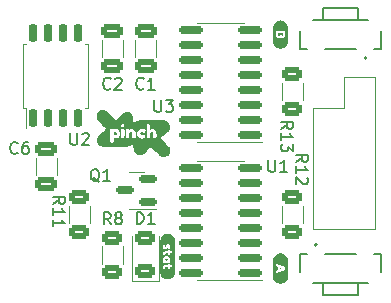
<source format=gto>
G04 #@! TF.GenerationSoftware,KiCad,Pcbnew,6.0.8-f2edbf62ab~116~ubuntu22.04.1*
G04 #@! TF.CreationDate,2022-11-21T22:24:26-03:00*
G04 #@! TF.ProjectId,pip,7069702e-6b69-4636-9164-5f7063625858,rev?*
G04 #@! TF.SameCoordinates,Original*
G04 #@! TF.FileFunction,Legend,Top*
G04 #@! TF.FilePolarity,Positive*
%FSLAX46Y46*%
G04 Gerber Fmt 4.6, Leading zero omitted, Abs format (unit mm)*
G04 Created by KiCad (PCBNEW 6.0.8-f2edbf62ab~116~ubuntu22.04.1) date 2022-11-21 22:24:26*
%MOMM*%
%LPD*%
G01*
G04 APERTURE LIST*
G04 Aperture macros list*
%AMRoundRect*
0 Rectangle with rounded corners*
0 $1 Rounding radius*
0 $2 $3 $4 $5 $6 $7 $8 $9 X,Y pos of 4 corners*
0 Add a 4 corners polygon primitive as box body*
4,1,4,$2,$3,$4,$5,$6,$7,$8,$9,$2,$3,0*
0 Add four circle primitives for the rounded corners*
1,1,$1+$1,$2,$3*
1,1,$1+$1,$4,$5*
1,1,$1+$1,$6,$7*
1,1,$1+$1,$8,$9*
0 Add four rect primitives between the rounded corners*
20,1,$1+$1,$2,$3,$4,$5,0*
20,1,$1+$1,$4,$5,$6,$7,0*
20,1,$1+$1,$6,$7,$8,$9,0*
20,1,$1+$1,$8,$9,$2,$3,0*%
G04 Aperture macros list end*
%ADD10C,0.150000*%
%ADD11C,0.127000*%
%ADD12C,0.200000*%
%ADD13C,0.120000*%
%ADD14C,0.800000*%
%ADD15R,0.900000X1.270000*%
%ADD16R,1.450000X0.800000*%
%ADD17R,1.700000X1.700000*%
%ADD18O,1.700000X1.700000*%
%ADD19RoundRect,0.250000X-0.650000X0.325000X-0.650000X-0.325000X0.650000X-0.325000X0.650000X0.325000X0*%
%ADD20RoundRect,0.250000X0.625000X-0.312500X0.625000X0.312500X-0.625000X0.312500X-0.625000X-0.312500X0*%
%ADD21RoundRect,0.250000X0.650000X-0.325000X0.650000X0.325000X-0.650000X0.325000X-0.650000X-0.325000X0*%
%ADD22RoundRect,0.150000X0.150000X-0.650000X0.150000X0.650000X-0.150000X0.650000X-0.150000X-0.650000X0*%
%ADD23R,7.498080X1.498600*%
%ADD24R,6.499860X0.998220*%
%ADD25RoundRect,0.250000X-0.625000X0.312500X-0.625000X-0.312500X0.625000X-0.312500X0.625000X0.312500X0*%
%ADD26RoundRect,0.150000X0.850000X0.150000X-0.850000X0.150000X-0.850000X-0.150000X0.850000X-0.150000X0*%
%ADD27RoundRect,0.250000X0.625000X-0.375000X0.625000X0.375000X-0.625000X0.375000X-0.625000X-0.375000X0*%
%ADD28RoundRect,0.150000X0.587500X0.150000X-0.587500X0.150000X-0.587500X-0.150000X0.587500X-0.150000X0*%
G04 APERTURE END LIST*
D10*
X135469333Y-86103142D02*
X135421714Y-86150761D01*
X135278857Y-86198380D01*
X135183619Y-86198380D01*
X135040761Y-86150761D01*
X134945523Y-86055523D01*
X134897904Y-85960285D01*
X134850285Y-85769809D01*
X134850285Y-85626952D01*
X134897904Y-85436476D01*
X134945523Y-85341238D01*
X135040761Y-85246000D01*
X135183619Y-85198380D01*
X135278857Y-85198380D01*
X135421714Y-85246000D01*
X135469333Y-85293619D01*
X135850285Y-85293619D02*
X135897904Y-85246000D01*
X135993142Y-85198380D01*
X136231238Y-85198380D01*
X136326476Y-85246000D01*
X136374095Y-85293619D01*
X136421714Y-85388857D01*
X136421714Y-85484095D01*
X136374095Y-85626952D01*
X135802666Y-86198380D01*
X136421714Y-86198380D01*
X149915619Y-89527142D02*
X150391809Y-89193809D01*
X149915619Y-88955714D02*
X150915619Y-88955714D01*
X150915619Y-89336666D01*
X150868000Y-89431904D01*
X150820380Y-89479523D01*
X150725142Y-89527142D01*
X150582285Y-89527142D01*
X150487047Y-89479523D01*
X150439428Y-89431904D01*
X150391809Y-89336666D01*
X150391809Y-88955714D01*
X149915619Y-90479523D02*
X149915619Y-89908095D01*
X149915619Y-90193809D02*
X150915619Y-90193809D01*
X150772761Y-90098571D01*
X150677523Y-90003333D01*
X150629904Y-89908095D01*
X150915619Y-90812857D02*
X150915619Y-91431904D01*
X150534666Y-91098571D01*
X150534666Y-91241428D01*
X150487047Y-91336666D01*
X150439428Y-91384285D01*
X150344190Y-91431904D01*
X150106095Y-91431904D01*
X150010857Y-91384285D01*
X149963238Y-91336666D01*
X149915619Y-91241428D01*
X149915619Y-90955714D01*
X149963238Y-90860476D01*
X150010857Y-90812857D01*
X127595333Y-91543142D02*
X127547714Y-91590761D01*
X127404857Y-91638380D01*
X127309619Y-91638380D01*
X127166761Y-91590761D01*
X127071523Y-91495523D01*
X127023904Y-91400285D01*
X126976285Y-91209809D01*
X126976285Y-91066952D01*
X127023904Y-90876476D01*
X127071523Y-90781238D01*
X127166761Y-90686000D01*
X127309619Y-90638380D01*
X127404857Y-90638380D01*
X127547714Y-90686000D01*
X127595333Y-90733619D01*
X128452476Y-90638380D02*
X128262000Y-90638380D01*
X128166761Y-90686000D01*
X128119142Y-90733619D01*
X128023904Y-90876476D01*
X127976285Y-91066952D01*
X127976285Y-91447904D01*
X128023904Y-91543142D01*
X128071523Y-91590761D01*
X128166761Y-91638380D01*
X128357238Y-91638380D01*
X128452476Y-91590761D01*
X128500095Y-91543142D01*
X128547714Y-91447904D01*
X128547714Y-91209809D01*
X128500095Y-91114571D01*
X128452476Y-91066952D01*
X128357238Y-91019333D01*
X128166761Y-91019333D01*
X128071523Y-91066952D01*
X128023904Y-91114571D01*
X127976285Y-91209809D01*
X132080095Y-89876380D02*
X132080095Y-90685904D01*
X132127714Y-90781142D01*
X132175333Y-90828761D01*
X132270571Y-90876380D01*
X132461047Y-90876380D01*
X132556285Y-90828761D01*
X132603904Y-90781142D01*
X132651523Y-90685904D01*
X132651523Y-89876380D01*
X133080095Y-89971619D02*
X133127714Y-89924000D01*
X133222952Y-89876380D01*
X133461047Y-89876380D01*
X133556285Y-89924000D01*
X133603904Y-89971619D01*
X133651523Y-90066857D01*
X133651523Y-90162095D01*
X133603904Y-90304952D01*
X133032476Y-90876380D01*
X133651523Y-90876380D01*
X135469333Y-97606380D02*
X135136000Y-97130190D01*
X134897904Y-97606380D02*
X134897904Y-96606380D01*
X135278857Y-96606380D01*
X135374095Y-96654000D01*
X135421714Y-96701619D01*
X135469333Y-96796857D01*
X135469333Y-96939714D01*
X135421714Y-97034952D01*
X135374095Y-97082571D01*
X135278857Y-97130190D01*
X134897904Y-97130190D01*
X136040761Y-97034952D02*
X135945523Y-96987333D01*
X135897904Y-96939714D01*
X135850285Y-96844476D01*
X135850285Y-96796857D01*
X135897904Y-96701619D01*
X135945523Y-96654000D01*
X136040761Y-96606380D01*
X136231238Y-96606380D01*
X136326476Y-96654000D01*
X136374095Y-96701619D01*
X136421714Y-96796857D01*
X136421714Y-96844476D01*
X136374095Y-96939714D01*
X136326476Y-96987333D01*
X136231238Y-97034952D01*
X136040761Y-97034952D01*
X135945523Y-97082571D01*
X135897904Y-97130190D01*
X135850285Y-97225428D01*
X135850285Y-97415904D01*
X135897904Y-97511142D01*
X135945523Y-97558761D01*
X136040761Y-97606380D01*
X136231238Y-97606380D01*
X136326476Y-97558761D01*
X136374095Y-97511142D01*
X136421714Y-97415904D01*
X136421714Y-97225428D01*
X136374095Y-97130190D01*
X136326476Y-97082571D01*
X136231238Y-97034952D01*
X138271333Y-86103142D02*
X138223714Y-86150761D01*
X138080857Y-86198380D01*
X137985619Y-86198380D01*
X137842761Y-86150761D01*
X137747523Y-86055523D01*
X137699904Y-85960285D01*
X137652285Y-85769809D01*
X137652285Y-85626952D01*
X137699904Y-85436476D01*
X137747523Y-85341238D01*
X137842761Y-85246000D01*
X137985619Y-85198380D01*
X138080857Y-85198380D01*
X138223714Y-85246000D01*
X138271333Y-85293619D01*
X139223714Y-86198380D02*
X138652285Y-86198380D01*
X138938000Y-86198380D02*
X138938000Y-85198380D01*
X138842761Y-85341238D01*
X138747523Y-85436476D01*
X138652285Y-85484095D01*
X151185619Y-92321142D02*
X151661809Y-91987809D01*
X151185619Y-91749714D02*
X152185619Y-91749714D01*
X152185619Y-92130666D01*
X152138000Y-92225904D01*
X152090380Y-92273523D01*
X151995142Y-92321142D01*
X151852285Y-92321142D01*
X151757047Y-92273523D01*
X151709428Y-92225904D01*
X151661809Y-92130666D01*
X151661809Y-91749714D01*
X151185619Y-93273523D02*
X151185619Y-92702095D01*
X151185619Y-92987809D02*
X152185619Y-92987809D01*
X152042761Y-92892571D01*
X151947523Y-92797333D01*
X151899904Y-92702095D01*
X152090380Y-93654476D02*
X152138000Y-93702095D01*
X152185619Y-93797333D01*
X152185619Y-94035428D01*
X152138000Y-94130666D01*
X152090380Y-94178285D01*
X151995142Y-94225904D01*
X151899904Y-94225904D01*
X151757047Y-94178285D01*
X151185619Y-93606857D01*
X151185619Y-94225904D01*
X139192095Y-87082380D02*
X139192095Y-87891904D01*
X139239714Y-87987142D01*
X139287333Y-88034761D01*
X139382571Y-88082380D01*
X139573047Y-88082380D01*
X139668285Y-88034761D01*
X139715904Y-87987142D01*
X139763523Y-87891904D01*
X139763523Y-87082380D01*
X140144476Y-87082380D02*
X140763523Y-87082380D01*
X140430190Y-87463333D01*
X140573047Y-87463333D01*
X140668285Y-87510952D01*
X140715904Y-87558571D01*
X140763523Y-87653809D01*
X140763523Y-87891904D01*
X140715904Y-87987142D01*
X140668285Y-88034761D01*
X140573047Y-88082380D01*
X140287333Y-88082380D01*
X140192095Y-88034761D01*
X140144476Y-87987142D01*
X130611619Y-95877142D02*
X131087809Y-95543809D01*
X130611619Y-95305714D02*
X131611619Y-95305714D01*
X131611619Y-95686666D01*
X131564000Y-95781904D01*
X131516380Y-95829523D01*
X131421142Y-95877142D01*
X131278285Y-95877142D01*
X131183047Y-95829523D01*
X131135428Y-95781904D01*
X131087809Y-95686666D01*
X131087809Y-95305714D01*
X130611619Y-96829523D02*
X130611619Y-96258095D01*
X130611619Y-96543809D02*
X131611619Y-96543809D01*
X131468761Y-96448571D01*
X131373523Y-96353333D01*
X131325904Y-96258095D01*
X130611619Y-97781904D02*
X130611619Y-97210476D01*
X130611619Y-97496190D02*
X131611619Y-97496190D01*
X131468761Y-97400952D01*
X131373523Y-97305714D01*
X131325904Y-97210476D01*
X148844095Y-92162380D02*
X148844095Y-92971904D01*
X148891714Y-93067142D01*
X148939333Y-93114761D01*
X149034571Y-93162380D01*
X149225047Y-93162380D01*
X149320285Y-93114761D01*
X149367904Y-93067142D01*
X149415523Y-92971904D01*
X149415523Y-92162380D01*
X150415523Y-93162380D02*
X149844095Y-93162380D01*
X150129809Y-93162380D02*
X150129809Y-92162380D01*
X150034571Y-92305238D01*
X149939333Y-92400476D01*
X149844095Y-92448095D01*
X137691904Y-97566380D02*
X137691904Y-96566380D01*
X137930000Y-96566380D01*
X138072857Y-96614000D01*
X138168095Y-96709238D01*
X138215714Y-96804476D01*
X138263333Y-96994952D01*
X138263333Y-97137809D01*
X138215714Y-97328285D01*
X138168095Y-97423523D01*
X138072857Y-97518761D01*
X137930000Y-97566380D01*
X137691904Y-97566380D01*
X139215714Y-97566380D02*
X138644285Y-97566380D01*
X138930000Y-97566380D02*
X138930000Y-96566380D01*
X138834761Y-96709238D01*
X138739523Y-96804476D01*
X138644285Y-96852095D01*
X134524761Y-94019619D02*
X134429523Y-93972000D01*
X134334285Y-93876761D01*
X134191428Y-93733904D01*
X134096190Y-93686285D01*
X134000952Y-93686285D01*
X134048571Y-93924380D02*
X133953333Y-93876761D01*
X133858095Y-93781523D01*
X133810476Y-93591047D01*
X133810476Y-93257714D01*
X133858095Y-93067238D01*
X133953333Y-92972000D01*
X134048571Y-92924380D01*
X134239047Y-92924380D01*
X134334285Y-92972000D01*
X134429523Y-93067238D01*
X134477142Y-93257714D01*
X134477142Y-93591047D01*
X134429523Y-93781523D01*
X134334285Y-93876761D01*
X134239047Y-93924380D01*
X134048571Y-93924380D01*
X135429523Y-93924380D02*
X134858095Y-93924380D01*
X135143809Y-93924380D02*
X135143809Y-92924380D01*
X135048571Y-93067238D01*
X134953333Y-93162476D01*
X134858095Y-93210095D01*
D11*
X151490000Y-82784000D02*
X151490000Y-81247500D01*
X157276500Y-80284000D02*
X156440000Y-80284000D01*
X156440000Y-80284000D02*
X153440000Y-80284000D01*
X153440000Y-80284000D02*
X152603500Y-80284000D01*
X152076500Y-82784000D02*
X151490000Y-82784000D01*
X156440000Y-80284000D02*
X156440000Y-79284000D01*
X158390000Y-82784000D02*
X158390000Y-81247500D01*
X156440000Y-79284000D02*
X153440000Y-79284000D01*
X156276500Y-82784000D02*
X153603500Y-82784000D01*
X157803500Y-82784000D02*
X158390000Y-82784000D01*
X153440000Y-79284000D02*
X153440000Y-80284000D01*
D12*
X157140000Y-83534000D02*
G75*
G03*
X157140000Y-83534000I-100000J0D01*
G01*
D13*
X152626000Y-87757000D02*
X152626000Y-97977000D01*
X157826000Y-85157000D02*
X155226000Y-85157000D01*
X155226000Y-87757000D02*
X152626000Y-87757000D01*
X156496000Y-85157000D02*
X157826000Y-85157000D01*
X157826000Y-85157000D02*
X157826000Y-97977000D01*
X157826000Y-85157000D02*
X157826000Y-86487000D01*
X155226000Y-85157000D02*
X155226000Y-87757000D01*
X157826000Y-97977000D02*
X152626000Y-97977000D01*
X136546000Y-81986748D02*
X136546000Y-83409252D01*
X134726000Y-81986748D02*
X134726000Y-83409252D01*
X151786000Y-87087064D02*
X151786000Y-85632936D01*
X149966000Y-87087064D02*
X149966000Y-85632936D01*
X130958000Y-93421252D02*
X130958000Y-91998748D01*
X129138000Y-93421252D02*
X129138000Y-91998748D01*
X128345000Y-87773000D02*
X128345000Y-89448000D01*
X133535000Y-87773000D02*
X133275000Y-87773000D01*
X128085000Y-85048000D02*
X128085000Y-87773000D01*
X133535000Y-85048000D02*
X133535000Y-87773000D01*
X128085000Y-85048000D02*
X128085000Y-82323000D01*
X133535000Y-82323000D02*
X133275000Y-82323000D01*
X128085000Y-87773000D02*
X128345000Y-87773000D01*
X128085000Y-82323000D02*
X128345000Y-82323000D01*
X133535000Y-85048000D02*
X133535000Y-82323000D01*
X136546000Y-100929064D02*
X136546000Y-99474936D01*
X134726000Y-100929064D02*
X134726000Y-99474936D01*
G36*
X140280219Y-100514467D02*
G01*
X140311334Y-100585587D01*
X140280219Y-100655596D01*
X140212988Y-100681711D01*
X140146869Y-100654485D01*
X140116865Y-100586143D01*
X140146313Y-100516134D01*
X140212433Y-100487242D01*
X140280219Y-100514467D01*
G37*
G36*
X139681693Y-98957224D02*
G01*
X139690755Y-98896132D01*
X139705761Y-98836223D01*
X139726568Y-98778073D01*
X139752974Y-98722242D01*
X139784725Y-98669269D01*
X139821515Y-98619662D01*
X139862991Y-98573901D01*
X139908752Y-98532425D01*
X139958359Y-98495635D01*
X140011332Y-98463884D01*
X140067163Y-98437478D01*
X140125313Y-98416671D01*
X140185222Y-98401665D01*
X140246314Y-98392603D01*
X140308000Y-98389572D01*
X140369686Y-98392603D01*
X140430778Y-98401665D01*
X140490687Y-98416671D01*
X140548837Y-98437478D01*
X140604668Y-98463884D01*
X140657641Y-98495635D01*
X140707248Y-98532425D01*
X140753009Y-98573901D01*
X140794485Y-98619662D01*
X140831275Y-98669269D01*
X140863026Y-98722242D01*
X140889432Y-98778073D01*
X140910239Y-98836223D01*
X140925245Y-98896132D01*
X140934307Y-98957224D01*
X140937338Y-99018910D01*
X140937338Y-101641090D01*
X140934307Y-101702776D01*
X140925245Y-101763868D01*
X140910239Y-101823777D01*
X140889432Y-101881927D01*
X140863026Y-101937758D01*
X140831275Y-101990731D01*
X140794485Y-102040338D01*
X140753009Y-102086099D01*
X140707248Y-102127575D01*
X140657641Y-102164365D01*
X140604668Y-102196116D01*
X140548837Y-102222522D01*
X140490687Y-102243329D01*
X140430778Y-102258335D01*
X140369686Y-102267397D01*
X140308000Y-102270428D01*
X140246314Y-102267397D01*
X140185222Y-102258335D01*
X140125313Y-102243329D01*
X140067163Y-102222522D01*
X140011332Y-102196116D01*
X139958359Y-102164365D01*
X139908752Y-102127575D01*
X139862991Y-102086099D01*
X139821515Y-102040338D01*
X139784725Y-101990731D01*
X139752974Y-101937758D01*
X139726568Y-101881927D01*
X139705761Y-101823777D01*
X139690755Y-101763868D01*
X139681693Y-101702776D01*
X139678662Y-101641090D01*
X139678662Y-101281786D01*
X139920174Y-101281786D01*
X139921841Y-101319013D01*
X139931286Y-101348461D01*
X139960457Y-101371797D01*
X140016853Y-101379576D01*
X140091306Y-101354017D01*
X140101863Y-101324569D01*
X140103530Y-101284564D01*
X140116865Y-101249004D01*
X140160204Y-101239558D01*
X140313556Y-101239558D01*
X140309111Y-101311789D01*
X140310778Y-101350128D01*
X140320224Y-101379576D01*
X140349394Y-101402078D01*
X140405790Y-101409579D01*
X140462742Y-101402356D01*
X140491356Y-101380687D01*
X140501913Y-101351239D01*
X140503580Y-101313456D01*
X140499135Y-101239558D01*
X140608038Y-101239558D01*
X140664711Y-101234002D01*
X140695548Y-101204276D01*
X140705828Y-101143991D01*
X140698882Y-101087039D01*
X140678046Y-101058424D01*
X140651376Y-101047868D01*
X140613594Y-101046201D01*
X140499135Y-101046201D01*
X140503580Y-101009529D01*
X140489134Y-100965079D01*
X140459686Y-100949522D01*
X140393566Y-100943966D01*
X140329114Y-100960079D01*
X140310223Y-101000639D01*
X140313556Y-101046201D01*
X140149091Y-101046201D01*
X140074144Y-101052868D01*
X140015247Y-101072871D01*
X139972402Y-101106208D01*
X139943387Y-101152387D01*
X139925977Y-101210913D01*
X139920174Y-101281786D01*
X139678662Y-101281786D01*
X139678662Y-100795614D01*
X139922396Y-100795614D01*
X139929619Y-100844925D01*
X139951289Y-100871734D01*
X139980737Y-100881180D01*
X140019075Y-100882847D01*
X140408013Y-100882847D01*
X140446351Y-100881180D01*
X140475799Y-100871179D01*
X140499135Y-100841731D01*
X140505803Y-100777278D01*
X140490245Y-100714770D01*
X140443573Y-100689489D01*
X140466353Y-100669487D01*
X140491356Y-100626148D01*
X140504691Y-100557251D01*
X140494999Y-100493107D01*
X140465921Y-100432544D01*
X140417458Y-100375561D01*
X140356092Y-100329568D01*
X140288306Y-100301972D01*
X140214099Y-100292773D01*
X140139831Y-100301910D01*
X140071859Y-100329321D01*
X140010185Y-100375006D01*
X139961413Y-100431371D01*
X139932151Y-100490823D01*
X139922396Y-100553361D01*
X139937120Y-100635733D01*
X139981292Y-100690601D01*
X139937398Y-100714492D01*
X139922396Y-100795614D01*
X139678662Y-100795614D01*
X139678662Y-100120529D01*
X139920174Y-100120529D01*
X139921841Y-100157756D01*
X139931286Y-100187204D01*
X139960457Y-100210541D01*
X140016853Y-100218319D01*
X140091306Y-100192761D01*
X140101863Y-100163313D01*
X140103530Y-100123308D01*
X140116865Y-100087748D01*
X140160204Y-100078302D01*
X140313556Y-100078302D01*
X140309111Y-100150533D01*
X140310778Y-100188871D01*
X140320224Y-100218319D01*
X140349394Y-100240822D01*
X140405790Y-100248323D01*
X140462742Y-100241100D01*
X140491356Y-100219431D01*
X140501913Y-100189983D01*
X140503580Y-100152200D01*
X140499135Y-100078302D01*
X140608038Y-100078302D01*
X140664711Y-100072746D01*
X140695548Y-100043020D01*
X140705828Y-99982734D01*
X140698882Y-99925783D01*
X140678046Y-99897168D01*
X140651376Y-99886611D01*
X140613594Y-99884944D01*
X140499135Y-99884944D01*
X140503580Y-99848273D01*
X140489134Y-99803823D01*
X140459686Y-99788266D01*
X140393566Y-99782709D01*
X140329114Y-99798822D01*
X140310223Y-99839383D01*
X140313556Y-99884944D01*
X140149091Y-99884944D01*
X140074144Y-99891612D01*
X140015247Y-99911614D01*
X139972402Y-99944952D01*
X139943387Y-99991130D01*
X139925977Y-100049656D01*
X139920174Y-100120529D01*
X139678662Y-100120529D01*
X139678662Y-99477671D01*
X139910172Y-99477671D01*
X139914000Y-99545149D01*
X139925483Y-99604601D01*
X139944621Y-99656027D01*
X140005184Y-99716590D01*
X140050051Y-99732842D01*
X140103530Y-99738259D01*
X140156453Y-99732842D01*
X140199653Y-99716590D01*
X140253549Y-99662694D01*
X140281330Y-99592686D01*
X140295776Y-99520454D01*
X140311612Y-99463781D01*
X140339115Y-99444889D01*
X140363563Y-99510453D01*
X140346894Y-99588796D01*
X140330225Y-99638247D01*
X140369119Y-99688253D01*
X140434683Y-99712701D01*
X140479133Y-99673807D01*
X140507469Y-99591574D01*
X140516915Y-99511564D01*
X140509892Y-99424754D01*
X140488823Y-99357234D01*
X140453707Y-99309006D01*
X140404545Y-99280069D01*
X140341338Y-99270423D01*
X140286470Y-99275702D01*
X140239658Y-99291537D01*
X140176873Y-99344877D01*
X140142702Y-99414052D01*
X140124644Y-99483783D01*
X140111864Y-99539623D01*
X140093529Y-99558237D01*
X140073526Y-99541290D01*
X140066859Y-99490451D01*
X140094084Y-99405996D01*
X140121310Y-99332097D01*
X140102419Y-99292648D01*
X140051023Y-99260977D01*
X140014630Y-99250421D01*
X139972402Y-99271534D01*
X139937830Y-99338395D01*
X139917087Y-99407107D01*
X139910172Y-99477671D01*
X139678662Y-99477671D01*
X139678662Y-99018910D01*
X139681693Y-98957224D01*
G37*
G36*
X149224292Y-80917060D02*
G01*
X149233491Y-80855051D01*
X149248722Y-80794242D01*
X149269841Y-80735220D01*
X149296643Y-80678551D01*
X149328871Y-80624782D01*
X149366214Y-80574431D01*
X149408312Y-80527983D01*
X149454760Y-80485885D01*
X149505111Y-80448542D01*
X149558880Y-80416315D01*
X149615548Y-80389512D01*
X149674571Y-80368394D01*
X149735380Y-80353162D01*
X149797388Y-80343964D01*
X149860000Y-80340888D01*
X149922612Y-80343964D01*
X149984620Y-80353162D01*
X150045429Y-80368394D01*
X150104452Y-80389512D01*
X150161120Y-80416315D01*
X150214889Y-80448542D01*
X150265240Y-80485885D01*
X150311688Y-80527983D01*
X150353786Y-80574431D01*
X150391129Y-80624782D01*
X150423357Y-80678551D01*
X150450159Y-80735220D01*
X150471278Y-80794242D01*
X150486509Y-80855051D01*
X150495708Y-80917060D01*
X150498784Y-80979671D01*
X150498784Y-82088329D01*
X150495708Y-82150940D01*
X150486509Y-82212949D01*
X150471278Y-82273758D01*
X150450159Y-82332780D01*
X150423357Y-82389449D01*
X150391129Y-82443218D01*
X150353786Y-82493569D01*
X150311688Y-82540017D01*
X150265240Y-82582115D01*
X150214889Y-82619458D01*
X150161120Y-82651685D01*
X150104452Y-82678488D01*
X150045429Y-82699606D01*
X149984620Y-82714838D01*
X149922612Y-82724036D01*
X149860000Y-82727112D01*
X149797388Y-82724036D01*
X149735380Y-82714838D01*
X149674571Y-82699606D01*
X149615548Y-82678488D01*
X149558880Y-82651685D01*
X149505111Y-82619458D01*
X149454760Y-82582115D01*
X149408312Y-82540017D01*
X149366214Y-82493569D01*
X149328871Y-82443218D01*
X149296643Y-82389449D01*
X149269841Y-82332780D01*
X149248722Y-82273758D01*
X149233491Y-82212949D01*
X149224292Y-82150940D01*
X149221216Y-82088329D01*
X149221216Y-81601231D01*
X149452727Y-81601231D01*
X149461061Y-81668091D01*
X149486064Y-81727913D01*
X149527736Y-81780697D01*
X149581755Y-81821999D01*
X149643800Y-81847372D01*
X149713871Y-81856818D01*
X149776224Y-81849533D01*
X149834380Y-81827679D01*
X149888337Y-81791254D01*
X149952512Y-81822925D01*
X150022798Y-81833482D01*
X150087004Y-81825456D01*
X150144789Y-81801379D01*
X150196153Y-81761251D01*
X150235664Y-81711615D01*
X150259371Y-81654571D01*
X150267273Y-81590118D01*
X150267273Y-81310083D01*
X150259772Y-81252854D01*
X150237269Y-81223406D01*
X150208377Y-81212849D01*
X150169483Y-81211182D01*
X149552739Y-81211182D01*
X149494954Y-81217849D01*
X149463284Y-81247297D01*
X149452727Y-81308972D01*
X149452727Y-81601231D01*
X149221216Y-81601231D01*
X149221216Y-80979671D01*
X149224292Y-80917060D01*
G37*
G36*
X150070582Y-81563448D02*
G01*
X150059469Y-81618455D01*
X150020576Y-81636791D01*
X149980571Y-81633457D01*
X149957234Y-81580117D01*
X149941677Y-81511775D01*
X149877780Y-81491217D01*
X149813883Y-81511219D01*
X149798326Y-81571227D01*
X149789436Y-81633457D01*
X149767211Y-81654015D01*
X149724983Y-81660127D01*
X149668309Y-81642625D01*
X149649418Y-81590118D01*
X149649418Y-81407873D01*
X150070582Y-81407873D01*
X150070582Y-81563448D01*
G37*
X137528000Y-81986748D02*
X137528000Y-83409252D01*
X139348000Y-81986748D02*
X139348000Y-83409252D01*
X151786000Y-96046936D02*
X151786000Y-97501064D01*
X149966000Y-96046936D02*
X149966000Y-97501064D01*
D11*
X157803500Y-100096000D02*
X158390000Y-100096000D01*
X151490000Y-100096000D02*
X151490000Y-101632500D01*
X156440000Y-102596000D02*
X157276500Y-102596000D01*
X153440000Y-103596000D02*
X156440000Y-103596000D01*
X152076500Y-100096000D02*
X151490000Y-100096000D01*
X152603500Y-102596000D02*
X153440000Y-102596000D01*
X153440000Y-102596000D02*
X156440000Y-102596000D01*
X158390000Y-100096000D02*
X158390000Y-101632500D01*
X156440000Y-103596000D02*
X156440000Y-102596000D01*
X153440000Y-102596000D02*
X153440000Y-103596000D01*
X153603500Y-100096000D02*
X156276500Y-100096000D01*
D12*
X152940000Y-99346000D02*
G75*
G03*
X152940000Y-99346000I-100000J0D01*
G01*
D13*
X144780000Y-80538000D02*
X142830000Y-80538000D01*
X144780000Y-90658000D02*
X148280000Y-90658000D01*
X144780000Y-80538000D02*
X146730000Y-80538000D01*
X144780000Y-90658000D02*
X142830000Y-90658000D01*
G36*
X135920557Y-89802500D02*
G01*
X135963655Y-89835233D01*
X135990055Y-89880751D01*
X135996706Y-89931660D01*
X135980557Y-89980565D01*
X135954369Y-90009397D01*
X135898458Y-90037637D01*
X135841530Y-90039914D01*
X135792048Y-90016648D01*
X135776434Y-90000538D01*
X135749653Y-89946208D01*
X135747706Y-89890507D01*
X135767490Y-89840917D01*
X135805898Y-89804922D01*
X135859826Y-89790007D01*
X135863813Y-89789946D01*
X135920557Y-89802500D01*
G37*
G36*
X134326392Y-90500681D02*
G01*
X134332980Y-90382126D01*
X134360981Y-90270936D01*
X134404301Y-90184087D01*
X134428179Y-90154748D01*
X134471702Y-90107944D01*
X134531171Y-90047384D01*
X134602889Y-89976773D01*
X134683158Y-89899822D01*
X134754001Y-89833444D01*
X134836620Y-89756815D01*
X134912415Y-89686442D01*
X134978071Y-89625410D01*
X135030270Y-89576804D01*
X135065696Y-89543710D01*
X135080581Y-89529656D01*
X135084120Y-89521012D01*
X135079747Y-89506882D01*
X135065467Y-89485016D01*
X135039287Y-89453165D01*
X134999213Y-89409078D01*
X134943250Y-89350506D01*
X134869405Y-89275199D01*
X134856377Y-89262092D01*
X136374050Y-89262092D01*
X136378620Y-89326219D01*
X136395931Y-89366451D01*
X136431389Y-89387884D01*
X136490394Y-89395613D01*
X136516093Y-89396025D01*
X136571417Y-89394059D01*
X136605005Y-89386238D01*
X136626499Y-89369679D01*
X136633144Y-89361005D01*
X136652531Y-89310917D01*
X136655967Y-89248403D01*
X136643081Y-89188434D01*
X136637745Y-89176528D01*
X136603118Y-89140857D01*
X136548382Y-89121328D01*
X136481957Y-89120688D01*
X136471757Y-89122344D01*
X136420335Y-89138474D01*
X136389992Y-89167682D01*
X136376231Y-89216398D01*
X136374050Y-89262092D01*
X134856377Y-89262092D01*
X134775685Y-89180908D01*
X134738506Y-89143693D01*
X134625548Y-89030263D01*
X134533114Y-88935750D01*
X134459154Y-88857081D01*
X134401616Y-88791184D01*
X134358450Y-88734988D01*
X134327605Y-88685420D01*
X134307028Y-88639410D01*
X134294671Y-88593884D01*
X134288481Y-88545773D01*
X134286408Y-88492003D01*
X134286271Y-88466372D01*
X134287811Y-88393952D01*
X134294097Y-88340588D01*
X134307632Y-88293903D01*
X134330915Y-88241519D01*
X134332268Y-88238757D01*
X134405537Y-88124178D01*
X134501732Y-88030925D01*
X134602266Y-87968759D01*
X134655212Y-87944965D01*
X134701887Y-87931035D01*
X134754670Y-87924468D01*
X134825937Y-87922764D01*
X134829881Y-87922762D01*
X134887324Y-87923688D01*
X134937929Y-87927797D01*
X134984693Y-87937088D01*
X135030609Y-87953559D01*
X135078672Y-87979208D01*
X135131878Y-88016033D01*
X135193219Y-88066031D01*
X135265691Y-88131202D01*
X135352288Y-88213543D01*
X135456005Y-88315051D01*
X135535027Y-88393255D01*
X135917157Y-88772259D01*
X135984096Y-88708707D01*
X136122926Y-88577225D01*
X136241544Y-88465989D01*
X136342368Y-88373312D01*
X136427816Y-88297508D01*
X136500305Y-88236890D01*
X136562255Y-88189773D01*
X136616083Y-88154469D01*
X136664206Y-88129293D01*
X136709043Y-88112558D01*
X136753012Y-88102578D01*
X136798530Y-88097667D01*
X136848016Y-88096139D01*
X136862512Y-88096087D01*
X136934932Y-88097627D01*
X136988296Y-88103913D01*
X137034981Y-88117448D01*
X137087364Y-88140731D01*
X137090127Y-88142084D01*
X137204706Y-88215353D01*
X137297959Y-88311549D01*
X137360125Y-88412082D01*
X137406122Y-88505764D01*
X137414000Y-88883928D01*
X137416956Y-89001986D01*
X137420343Y-89095173D01*
X137424069Y-89161996D01*
X137428041Y-89200964D01*
X137432165Y-89210585D01*
X137434057Y-89204889D01*
X137460580Y-89132249D01*
X137507213Y-89053405D01*
X137566887Y-88978109D01*
X137632534Y-88916108D01*
X137655550Y-88899396D01*
X137685555Y-88879373D01*
X137712608Y-88862046D01*
X137739115Y-88847227D01*
X137767479Y-88834725D01*
X137800105Y-88824352D01*
X137839395Y-88815919D01*
X137887755Y-88809235D01*
X137947589Y-88804113D01*
X138021301Y-88800362D01*
X138111294Y-88797795D01*
X138219974Y-88796220D01*
X138349743Y-88795450D01*
X138503007Y-88795295D01*
X138682169Y-88795566D01*
X138889633Y-88796074D01*
X138966048Y-88796264D01*
X139193530Y-88797063D01*
X139398557Y-88798284D01*
X139579921Y-88799906D01*
X139736416Y-88801910D01*
X139866834Y-88804275D01*
X139969967Y-88806981D01*
X140044609Y-88810009D01*
X140089551Y-88813338D01*
X140100539Y-88815117D01*
X140201133Y-88855497D01*
X140297327Y-88920547D01*
X140381415Y-89003597D01*
X140445690Y-89097978D01*
X140459027Y-89125391D01*
X140486343Y-89214723D01*
X140499141Y-89318938D01*
X140496648Y-89424561D01*
X140481015Y-89508579D01*
X140445611Y-89597722D01*
X140391335Y-89680262D01*
X140313676Y-89762362D01*
X140262845Y-89806687D01*
X140212753Y-89849347D01*
X140147709Y-89906404D01*
X140075766Y-89970716D01*
X140004976Y-90035141D01*
X139998120Y-90041454D01*
X139932292Y-90102043D01*
X139868964Y-90160160D01*
X139814581Y-90209903D01*
X139775586Y-90245370D01*
X139770095Y-90250325D01*
X139707517Y-90306676D01*
X140080572Y-90679481D01*
X140194692Y-90793960D01*
X140288281Y-90889457D01*
X140363369Y-90968992D01*
X140421987Y-91035585D01*
X140466164Y-91092257D01*
X140497931Y-91142028D01*
X140519317Y-91187917D01*
X140532352Y-91232947D01*
X140539066Y-91280137D01*
X140541490Y-91332507D01*
X140541730Y-91365628D01*
X140540190Y-91438048D01*
X140533904Y-91491412D01*
X140520369Y-91538098D01*
X140497085Y-91590481D01*
X140495732Y-91593244D01*
X140423946Y-91706792D01*
X140332684Y-91797509D01*
X140225050Y-91863297D01*
X140104150Y-91902060D01*
X140024477Y-91911572D01*
X139942081Y-91910857D01*
X139870262Y-91901734D01*
X139844548Y-91895050D01*
X139802940Y-91879398D01*
X139761048Y-91858584D01*
X139716097Y-91830300D01*
X139665310Y-91792237D01*
X139605912Y-91742087D01*
X139535125Y-91677542D01*
X139450173Y-91596294D01*
X139348281Y-91496034D01*
X139266567Y-91414483D01*
X138905300Y-91052515D01*
X138674555Y-91270041D01*
X138597951Y-91342484D01*
X138523647Y-91413165D01*
X138456804Y-91477143D01*
X138402583Y-91529479D01*
X138366147Y-91565231D01*
X138365956Y-91565421D01*
X138308410Y-91615208D01*
X138240747Y-91662821D01*
X138193762Y-91689594D01*
X138140577Y-91713534D01*
X138093890Y-91727555D01*
X138041295Y-91734175D01*
X137970385Y-91735910D01*
X137965489Y-91735913D01*
X137893069Y-91734374D01*
X137839705Y-91728087D01*
X137793020Y-91714553D01*
X137740636Y-91691269D01*
X137737874Y-91689916D01*
X137623295Y-91616647D01*
X137530042Y-91520452D01*
X137467876Y-91419918D01*
X137421879Y-91326236D01*
X137414000Y-90948072D01*
X137411045Y-90830014D01*
X137407658Y-90736827D01*
X137403932Y-90670004D01*
X137399960Y-90631036D01*
X137395836Y-90621415D01*
X137393944Y-90627111D01*
X137367421Y-90699752D01*
X137320788Y-90778595D01*
X137261114Y-90853891D01*
X137195467Y-90915892D01*
X137172451Y-90932605D01*
X137142415Y-90952648D01*
X137115337Y-90969990D01*
X137088809Y-90984819D01*
X137060425Y-90997325D01*
X137027778Y-91007696D01*
X136988461Y-91016122D01*
X136940068Y-91022792D01*
X136880192Y-91027895D01*
X136806427Y-91031620D01*
X136716365Y-91034156D01*
X136607600Y-91035692D01*
X136477725Y-91036417D01*
X136324333Y-91036521D01*
X136145018Y-91036192D01*
X135937373Y-91035620D01*
X135863900Y-91035414D01*
X135653393Y-91034799D01*
X135471978Y-91034144D01*
X135317233Y-91033382D01*
X135186737Y-91032442D01*
X135078069Y-91031255D01*
X134988806Y-91029750D01*
X134916526Y-91027858D01*
X134858810Y-91025509D01*
X134813233Y-91022633D01*
X134777376Y-91019161D01*
X134748817Y-91015022D01*
X134725133Y-91010148D01*
X134703904Y-91004467D01*
X134694828Y-91001729D01*
X134594692Y-90955981D01*
X134501443Y-90885746D01*
X134423084Y-90798028D01*
X134379064Y-90725315D01*
X134354464Y-90654784D01*
X135460154Y-90654784D01*
X135495174Y-90679313D01*
X135533887Y-90695396D01*
X135584399Y-90703579D01*
X135594087Y-90703841D01*
X135644615Y-90697794D01*
X135687213Y-90682888D01*
X135693001Y-90679313D01*
X135707558Y-90667236D01*
X135717407Y-90651252D01*
X135723464Y-90625557D01*
X135726640Y-90584345D01*
X135727852Y-90521811D01*
X135728020Y-90456905D01*
X135728020Y-90259026D01*
X135768119Y-90285299D01*
X135829552Y-90310856D01*
X135904526Y-90321566D01*
X135978154Y-90316185D01*
X136013030Y-90305770D01*
X136091376Y-90259620D01*
X136165867Y-90191535D01*
X136226720Y-90110530D01*
X136228902Y-90106860D01*
X136252284Y-90061820D01*
X136265326Y-90018717D01*
X136270806Y-89965141D01*
X136271403Y-89929589D01*
X136374050Y-89929589D01*
X136374226Y-90053954D01*
X136375521Y-90150364D01*
X136379089Y-90222379D01*
X136386081Y-90273555D01*
X136397650Y-90307454D01*
X136414949Y-90327632D01*
X136439129Y-90337650D01*
X136471343Y-90341065D01*
X136507414Y-90341434D01*
X136561545Y-90337128D01*
X136605588Y-90326113D01*
X136619208Y-90319094D01*
X136629137Y-90309939D01*
X136636757Y-90296142D01*
X136642447Y-90273641D01*
X136646589Y-90238373D01*
X136649561Y-90186276D01*
X136651745Y-90113285D01*
X136653519Y-90015341D01*
X136654571Y-89941051D01*
X136654802Y-89923879D01*
X136767971Y-89923879D01*
X136768054Y-90040857D01*
X136768541Y-90130339D01*
X136769792Y-90196342D01*
X136772162Y-90242885D01*
X136776012Y-90273984D01*
X136781698Y-90293657D01*
X136789578Y-90305921D01*
X136800011Y-90314795D01*
X136802990Y-90316906D01*
X136846594Y-90333943D01*
X136904722Y-90340592D01*
X136963355Y-90336708D01*
X137008479Y-90322144D01*
X137013129Y-90319092D01*
X137025460Y-90306975D01*
X137034403Y-90288002D01*
X137040784Y-90256901D01*
X137045429Y-90208403D01*
X137049162Y-90137238D01*
X137051593Y-90073420D01*
X137055006Y-89984914D01*
X137058608Y-89922392D01*
X137063381Y-89880334D01*
X137070308Y-89853221D01*
X137080368Y-89835534D01*
X137094546Y-89821752D01*
X137096670Y-89820018D01*
X137149412Y-89794948D01*
X137207295Y-89794069D01*
X137260332Y-89815276D01*
X137298537Y-89856461D01*
X137301965Y-89863330D01*
X137308953Y-89894310D01*
X137314563Y-89949467D01*
X137318245Y-90021476D01*
X137319459Y-90097052D01*
X137319802Y-90178940D01*
X137321451Y-90235169D01*
X137325339Y-90271591D01*
X137332397Y-90294057D01*
X137343559Y-90308421D01*
X137354479Y-90316906D01*
X137402876Y-90336460D01*
X137463155Y-90342004D01*
X137522427Y-90334047D01*
X137567805Y-90313096D01*
X137573214Y-90308275D01*
X137585917Y-90293767D01*
X137594703Y-90276354D01*
X137600115Y-90250676D01*
X137602695Y-90211373D01*
X137602987Y-90153085D01*
X137601535Y-90070452D01*
X137600754Y-90036470D01*
X137598357Y-89944452D01*
X137596563Y-89902828D01*
X137703490Y-89902828D01*
X137711094Y-90005384D01*
X137739467Y-90101441D01*
X137766733Y-90152465D01*
X137838382Y-90234954D01*
X137927128Y-90296646D01*
X138026938Y-90335821D01*
X138131780Y-90350758D01*
X138235624Y-90339738D01*
X138317161Y-90309426D01*
X138379233Y-90273856D01*
X138416559Y-90242031D01*
X138434403Y-90208085D01*
X138438194Y-90174668D01*
X138427872Y-90126175D01*
X138393864Y-90076369D01*
X138385124Y-90066812D01*
X138333850Y-90024710D01*
X138283982Y-90012080D01*
X138229543Y-90027757D01*
X138217598Y-90034176D01*
X138154362Y-90056039D01*
X138094140Y-90052284D01*
X138043482Y-90026187D01*
X138008935Y-89981023D01*
X137997003Y-89923842D01*
X138004464Y-89885513D01*
X138532707Y-89885513D01*
X138533048Y-90011688D01*
X138534395Y-90112180D01*
X138537383Y-90189907D01*
X138542651Y-90247784D01*
X138550834Y-90288726D01*
X138562570Y-90315649D01*
X138578494Y-90331468D01*
X138599244Y-90339100D01*
X138625457Y-90341459D01*
X138657769Y-90341461D01*
X138666098Y-90341434D01*
X138720236Y-90337127D01*
X138764279Y-90326110D01*
X138777893Y-90319092D01*
X138790227Y-90306971D01*
X138799172Y-90287990D01*
X138805554Y-90256877D01*
X138810199Y-90208361D01*
X138813933Y-90137169D01*
X138816358Y-90073546D01*
X138819909Y-89984288D01*
X138823777Y-89921228D01*
X138828814Y-89879057D01*
X138835867Y-89852463D01*
X138845786Y-89836136D01*
X138855750Y-89827338D01*
X138914121Y-89799767D01*
X138973724Y-89796439D01*
X139026313Y-89815972D01*
X139063643Y-89856985D01*
X139066423Y-89862658D01*
X139073736Y-89894528D01*
X139079508Y-89950636D01*
X139083178Y-90023720D01*
X139084224Y-90092765D01*
X139085331Y-90186465D01*
X139090272Y-90253211D01*
X139101475Y-90297530D01*
X139121369Y-90323952D01*
X139152381Y-90337003D01*
X139196941Y-90341212D01*
X139217587Y-90341434D01*
X139272141Y-90339639D01*
X139310715Y-90331125D01*
X139336265Y-90311203D01*
X139351750Y-90275180D01*
X139360126Y-90218365D01*
X139364350Y-90136069D01*
X139365207Y-90107263D01*
X139365484Y-89978908D01*
X139357725Y-89875509D01*
X139340886Y-89791296D01*
X139313920Y-89720495D01*
X139286544Y-89672911D01*
X139225518Y-89602853D01*
X139151019Y-89551454D01*
X139069391Y-89520562D01*
X138986976Y-89512029D01*
X138910120Y-89527703D01*
X138867567Y-89550727D01*
X138816358Y-89587253D01*
X138816125Y-89401037D01*
X138814178Y-89307525D01*
X138808848Y-89234864D01*
X138800522Y-89187455D01*
X138796429Y-89176528D01*
X138761802Y-89140857D01*
X138707067Y-89121328D01*
X138640642Y-89120688D01*
X138630442Y-89122344D01*
X138605317Y-89127033D01*
X138584914Y-89132913D01*
X138568739Y-89143040D01*
X138556304Y-89160468D01*
X138547118Y-89188253D01*
X138540689Y-89229452D01*
X138536527Y-89287119D01*
X138534141Y-89364311D01*
X138533041Y-89464082D01*
X138532736Y-89589489D01*
X138532735Y-89730742D01*
X138532707Y-89885513D01*
X138004464Y-89885513D01*
X138007741Y-89868675D01*
X138038696Y-89828585D01*
X138090290Y-89797174D01*
X138149813Y-89793351D01*
X138220800Y-89817024D01*
X138233885Y-89823579D01*
X138276778Y-89843501D01*
X138305728Y-89847953D01*
X138333308Y-89838491D01*
X138337328Y-89836385D01*
X138383900Y-89796664D01*
X138420015Y-89739174D01*
X138437607Y-89677568D01*
X138438194Y-89665623D01*
X138433809Y-89633008D01*
X138416137Y-89606829D01*
X138378406Y-89578147D01*
X138365738Y-89569976D01*
X138263199Y-89521777D01*
X138156854Y-89501674D01*
X138051433Y-89507945D01*
X137951668Y-89538866D01*
X137862289Y-89592715D01*
X137788029Y-89667769D01*
X137733617Y-89762307D01*
X137718319Y-89805702D01*
X137703490Y-89902828D01*
X137596563Y-89902828D01*
X137595471Y-89877499D01*
X137591013Y-89829171D01*
X137583904Y-89793024D01*
X137573063Y-89762616D01*
X137557408Y-89731505D01*
X137546237Y-89711554D01*
X137480808Y-89619677D01*
X137403991Y-89556136D01*
X137318848Y-89520475D01*
X137227530Y-89509647D01*
X137145146Y-89526404D01*
X137085272Y-89562068D01*
X137039238Y-89600803D01*
X137029831Y-89563324D01*
X137007535Y-89533084D01*
X136964513Y-89513156D01*
X136910254Y-89504899D01*
X136854248Y-89509672D01*
X136805983Y-89528832D01*
X136802990Y-89530851D01*
X136791879Y-89539507D01*
X136783408Y-89550572D01*
X136777218Y-89568064D01*
X136772953Y-89595999D01*
X136770254Y-89638396D01*
X136768763Y-89699272D01*
X136768122Y-89782645D01*
X136767973Y-89892532D01*
X136767971Y-89923879D01*
X136654802Y-89923879D01*
X136659347Y-89585348D01*
X136617942Y-89543944D01*
X136588863Y-89519171D01*
X136559080Y-89508583D01*
X136515576Y-89508574D01*
X136496284Y-89510251D01*
X136431933Y-89522957D01*
X136395787Y-89545678D01*
X136395040Y-89546668D01*
X136387760Y-89564521D01*
X136382235Y-89597814D01*
X136378285Y-89649862D01*
X136375727Y-89723982D01*
X136374380Y-89823489D01*
X136374050Y-89929589D01*
X136271403Y-89929589D01*
X136271631Y-89916000D01*
X136269746Y-89848232D01*
X136262219Y-89799385D01*
X136246239Y-89756993D01*
X136228410Y-89724302D01*
X136166463Y-89640186D01*
X136093287Y-89575314D01*
X136013654Y-89531530D01*
X135932334Y-89510677D01*
X135854098Y-89514597D01*
X135783716Y-89545135D01*
X135777044Y-89549910D01*
X135749209Y-89568149D01*
X135729809Y-89566656D01*
X135704053Y-89543949D01*
X135702546Y-89542443D01*
X135656784Y-89516054D01*
X135596818Y-89505859D01*
X135535907Y-89512601D01*
X135495174Y-89530851D01*
X135460154Y-89555380D01*
X135460154Y-90654784D01*
X134354464Y-90654784D01*
X134341619Y-90617958D01*
X134326392Y-90500681D01*
G37*
X131932000Y-97501064D02*
X131932000Y-96046936D01*
X133752000Y-97501064D02*
X133752000Y-96046936D01*
X144780000Y-92222000D02*
X142830000Y-92222000D01*
X144780000Y-102342000D02*
X148280000Y-102342000D01*
X144780000Y-102342000D02*
X142830000Y-102342000D01*
X144780000Y-92222000D02*
X146730000Y-92222000D01*
X137295000Y-98562000D02*
X137295000Y-102447000D01*
X139565000Y-102447000D02*
X139565000Y-98562000D01*
X137295000Y-102447000D02*
X139565000Y-102447000D01*
X137668000Y-93182000D02*
X137018000Y-93182000D01*
X137668000Y-96302000D02*
X137018000Y-96302000D01*
X137668000Y-93182000D02*
X138318000Y-93182000D01*
X137668000Y-96302000D02*
X139343000Y-96302000D01*
G36*
X149948344Y-101345444D02*
G01*
X149796103Y-101419898D01*
X149796103Y-101272102D01*
X149948344Y-101345444D01*
G37*
G36*
X149218763Y-100642949D02*
G01*
X149228041Y-100580401D01*
X149243405Y-100519063D01*
X149264708Y-100459527D01*
X149291743Y-100402366D01*
X149324251Y-100348129D01*
X149361919Y-100297340D01*
X149404383Y-100250488D01*
X149451235Y-100208024D01*
X149502024Y-100170356D01*
X149556260Y-100137848D01*
X149613422Y-100110813D01*
X149672958Y-100089510D01*
X149734296Y-100074146D01*
X149796844Y-100064868D01*
X149860000Y-100061765D01*
X149923156Y-100064868D01*
X149985704Y-100074146D01*
X150047042Y-100089510D01*
X150106578Y-100110813D01*
X150163740Y-100137848D01*
X150217976Y-100170356D01*
X150268765Y-100208024D01*
X150315617Y-100250488D01*
X150358081Y-100297340D01*
X150395749Y-100348129D01*
X150428257Y-100402366D01*
X150455292Y-100459527D01*
X150476595Y-100519063D01*
X150491959Y-100580401D01*
X150501237Y-100642949D01*
X150504340Y-100706105D01*
X150504340Y-101985895D01*
X150501237Y-102049051D01*
X150491959Y-102111599D01*
X150476595Y-102172937D01*
X150455292Y-102232473D01*
X150428257Y-102289634D01*
X150395749Y-102343871D01*
X150358081Y-102394660D01*
X150315617Y-102441512D01*
X150268765Y-102483976D01*
X150217976Y-102521644D01*
X150163740Y-102554152D01*
X150106578Y-102581187D01*
X150047042Y-102602490D01*
X149985704Y-102617854D01*
X149923156Y-102627132D01*
X149860000Y-102630235D01*
X149796844Y-102627132D01*
X149734296Y-102617854D01*
X149672958Y-102602490D01*
X149613422Y-102581187D01*
X149556260Y-102554152D01*
X149502024Y-102521644D01*
X149451235Y-102483976D01*
X149404383Y-102441512D01*
X149361919Y-102394660D01*
X149324251Y-102343871D01*
X149291743Y-102289634D01*
X149264708Y-102232473D01*
X149243405Y-102172937D01*
X149228041Y-102111599D01*
X149218763Y-102049051D01*
X149215660Y-101985895D01*
X149215660Y-101630480D01*
X149447171Y-101630480D01*
X149466062Y-101689932D01*
X149500233Y-101738271D01*
X149538293Y-101754384D01*
X149594967Y-101735493D01*
X150215044Y-101435456D01*
X150258383Y-101398784D01*
X150272829Y-101346556D01*
X150257272Y-101293771D01*
X150216156Y-101256544D01*
X149594967Y-100956507D01*
X149538293Y-100937616D01*
X149500511Y-100953729D01*
X149467173Y-101002068D01*
X149448282Y-101061520D01*
X149458839Y-101097080D01*
X149479397Y-101117082D01*
X149511623Y-101134307D01*
X149631638Y-101192092D01*
X149631638Y-101499908D01*
X149511623Y-101557693D01*
X149478286Y-101574917D01*
X149457172Y-101594920D01*
X149447171Y-101630480D01*
X149215660Y-101630480D01*
X149215660Y-100706105D01*
X149218763Y-100642949D01*
G37*
%LPC*%
D14*
X153788000Y-81076800D03*
X156088400Y-81076800D03*
D15*
X157040000Y-82419000D03*
X152840000Y-82419000D03*
D16*
X158315000Y-80534000D03*
X151565000Y-80534000D03*
D17*
X153956000Y-86487000D03*
D18*
X153956000Y-89027000D03*
X153956000Y-91567000D03*
X153956000Y-94107000D03*
X153956000Y-96647000D03*
X156496000Y-96647000D03*
X156496000Y-94107000D03*
X156496000Y-91567000D03*
X156496000Y-89027000D03*
X156496000Y-86487000D03*
D19*
X135636000Y-81223000D03*
X135636000Y-84173000D03*
D20*
X150876000Y-87822500D03*
X150876000Y-84897500D03*
D21*
X130048000Y-94185000D03*
X130048000Y-91235000D03*
D22*
X128905000Y-88648000D03*
X130175000Y-88648000D03*
X131445000Y-88648000D03*
X132715000Y-88648000D03*
X132715000Y-81448000D03*
X131445000Y-81448000D03*
X130175000Y-81448000D03*
X128905000Y-81448000D03*
D20*
X135636000Y-101664500D03*
X135636000Y-98739500D03*
D23*
X121721880Y-88579180D03*
X121721880Y-81584020D03*
D24*
X122219720Y-86079820D03*
X122219720Y-84083380D03*
D19*
X138438000Y-81223000D03*
X138438000Y-84173000D03*
D25*
X150876000Y-95311500D03*
X150876000Y-98236500D03*
D14*
X156092000Y-101803200D03*
X153791600Y-101803200D03*
D15*
X152840000Y-100461000D03*
X157040000Y-100461000D03*
D16*
X151565000Y-102346000D03*
X158315000Y-102346000D03*
D26*
X147280000Y-90043000D03*
X147280000Y-88773000D03*
X147280000Y-87503000D03*
X147280000Y-86233000D03*
X147280000Y-84963000D03*
X147280000Y-83693000D03*
X147280000Y-82423000D03*
X147280000Y-81153000D03*
X142280000Y-81153000D03*
X142280000Y-82423000D03*
X142280000Y-83693000D03*
X142280000Y-84963000D03*
X142280000Y-86233000D03*
X142280000Y-87503000D03*
X142280000Y-88773000D03*
X142280000Y-90043000D03*
D20*
X132842000Y-98236500D03*
X132842000Y-95311500D03*
D26*
X147280000Y-101727000D03*
X147280000Y-100457000D03*
X147280000Y-99187000D03*
X147280000Y-97917000D03*
X147280000Y-96647000D03*
X147280000Y-95377000D03*
X147280000Y-94107000D03*
X147280000Y-92837000D03*
X142280000Y-92837000D03*
X142280000Y-94107000D03*
X142280000Y-95377000D03*
X142280000Y-96647000D03*
X142280000Y-97917000D03*
X142280000Y-99187000D03*
X142280000Y-100457000D03*
X142280000Y-101727000D03*
D27*
X138430000Y-101562000D03*
X138430000Y-98762000D03*
D28*
X138605500Y-95692000D03*
X138605500Y-93792000D03*
X136730500Y-94742000D03*
M02*

</source>
